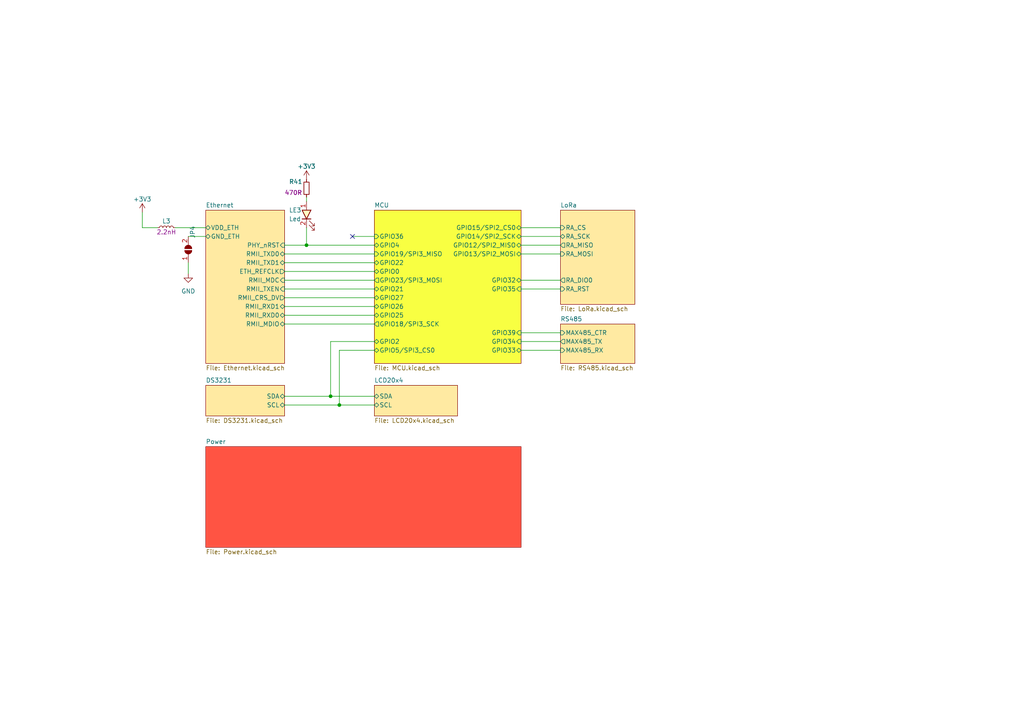
<source format=kicad_sch>
(kicad_sch (version 20230121) (generator eeschema)
  (paper "A4")
  (lib_symbols
    (symbol "DienLIB:L_0603" (pin_numbers hide) (pin_names (offset 0.254) hide)
      (property "Reference" "L" (at 0.762 1.016 0))
      (symbol "L_0603_0_1"
        (arc (start 0 -2.032) (mid 0.5058 -1.524) (end 0 -1.016))
        (arc (start 0 -1.016) (mid 0.5058 -0.508) (end 0 0))
        (arc (start 0 0) (mid 0.5058 0.508) (end 0 1.016))
        (arc (start 0 1.016) (mid 0.5058 1.524) (end 0 2.032))
      )
      (symbol "L_0603_1_1"
        (pin passive line (at 0 2.54 270) (length 0.508) (name "~") (number "1"))
        (pin passive line (at 0 -2.54 90) (length 0.508) (name "~") (number "2"))
      )
    )
    (symbol "DienLIB:R_0603" (pin_numbers hide) (pin_names (offset 0.254) hide)
      (property "Reference" "R" (at 0.762 0.508 0))
      (symbol "R_0603_0_1"
        (rectangle (start -0.762 1.778) (end 0.762 -1.778) (stroke (width 0.2032)))
      )
      (symbol "R_0603_1_1"
        (pin passive line (at 0 2.54 270) (length 0.762) (name "~") (number "1"))
        (pin passive line (at 0 -2.54 90) (length 0.762) (name "~") (number "2"))
      )
    )
    (symbol "IVS_SYMBOLS:Led"
      (property "Reference" "LE" (at 0.508 -2.794 0))
      (property "Value" "Led" (at -0.254 2.794 0))
      (symbol "Led_0_1"
        (polyline (pts (xy 0 -1.27) (xy 0 1.27)) (stroke (width 0.254)))
        (polyline (pts (xy 2.54 -1.27) (xy 2.54 1.27) (xy 0 0) (xy 2.54 -1.27)) (stroke (width 0.254)) (fill (type background)))
        (polyline (pts (xy -1.778 -0.762) (xy -3.302 -2.286) (xy -2.54 -2.286) (xy -3.302 -2.286) (xy -3.302 -1.524)))
        (polyline (pts (xy -0.508 -0.762) (xy -2.032 -2.286) (xy -1.27 -2.286) (xy -2.032 -2.286) (xy -2.032 -1.524)))
      )
      (symbol "Led_1_1"
        (pin passive line (at 5.08 0 180) (length 2.54) (name "") (number "1"))
        (pin passive line (at -2.54 0 0) (length 2.54) (name "") (number "2"))
      )
    )
    (symbol "Jumper:SolderJumper_2_Open" (pin_names (offset 0) hide)
      (property "Reference" "JP" (at 0 2.032 0))
      (property "Value" "SolderJumper_2_Open" (at 0 -2.54 0))
      (symbol "SolderJumper_2_Open_0_1"
        (arc (start -0.254 1.016) (mid -1.2656 0) (end -0.254 -1.016))
        (arc (start -0.254 1.016) (mid -1.2656 0) (end -0.254 -1.016) (fill (type outline)))
        (polyline (pts (xy -0.254 1.016) (xy -0.254 -1.016)))
        (polyline (pts (xy 0.254 1.016) (xy 0.254 -1.016)))
        (arc (start 0.254 -1.016) (mid 1.2656 0) (end 0.254 1.016))
        (arc (start 0.254 -1.016) (mid 1.2656 0) (end 0.254 1.016) (fill (type outline)))
      )
      (symbol "SolderJumper_2_Open_1_1"
        (pin passive line (at -3.81 0 0) (length 2.54) (name "A") (number "1"))
        (pin passive line (at 3.81 0 180) (length 2.54) (name "B") (number "2"))
      )
    )
    (symbol "power:+3V3" (power) (pin_names (offset 0))
      (property "Value" "+3V3" (at 0 3.556 0))
      (symbol "+3V3_0_1"
        (polyline (pts (xy -0.762 1.27) (xy 0 2.54)))
        (polyline (pts (xy 0 0) (xy 0 2.54)))
        (polyline (pts (xy 0 2.54) (xy 0.762 1.27)))
      )
      (symbol "+3V3_1_1"
        (pin power_in line (at 0 0 90) (length 0) hide (name "+3V3") (number "1"))
      )
    )
    (symbol "power:GND" (power) (pin_names (offset 0))
      (property "Value" "GND" (at 0 -3.81 0))
      (symbol "GND_0_1"
        (polyline (pts (xy 0 0) (xy 0 -1.27) (xy 1.27 -1.27) (xy 0 -2.54) (xy -1.27 -1.27) (xy 0 -1.27)))
      )
      (symbol "GND_1_1"
        (pin power_in line (at 0 0 270) (length 0) hide (name "GND") (number "1"))
      )
    )
  )
  (junction (at 98.425 117.475))
  (junction (at 88.9 71.12))
  (junction (at 95.885 114.935))
  (no_connect (at 102.235 68.58))
  (wire (pts (xy 41.275 61.595) (xy 41.275 66.04)))
  (wire (pts (xy 82.55 91.44) (xy 108.585 91.44)))
  (wire (pts (xy 151.13 73.66) (xy 162.56 73.66)))
  (wire (pts (xy 54.61 68.58) (xy 59.69 68.58)))
  (wire (pts (xy 82.55 83.82) (xy 108.585 83.82)))
  (wire (pts (xy 102.235 68.58) (xy 108.585 68.58)))
  (wire (pts (xy 151.13 68.58) (xy 162.56 68.58)))
  (wire (pts (xy 151.13 99.06) (xy 162.56 99.06)))
  (wire (pts (xy 151.13 96.52) (xy 162.56 96.52)))
  (wire (pts (xy 82.55 88.9) (xy 108.585 88.9)))
  (wire (pts (xy 108.585 101.6) (xy 98.425 101.6)))
  (wire (pts (xy 88.9 71.12) (xy 108.585 71.12)))
  (wire (pts (xy 95.885 114.935) (xy 108.585 114.935)))
  (wire (pts (xy 151.13 66.04) (xy 162.56 66.04)))
  (wire (pts (xy 98.425 117.475) (xy 82.55 117.475)))
  (wire (pts (xy 88.9 66.04) (xy 88.9 71.12)))
  (wire (pts (xy 151.13 83.82) (xy 162.56 83.82)))
  (wire (pts (xy 82.55 71.12) (xy 88.9 71.12)))
  (wire (pts (xy 151.13 101.6) (xy 162.56 101.6)))
  (wire (pts (xy 41.275 66.04) (xy 45.72 66.04)))
  (wire (pts (xy 98.425 101.6) (xy 98.425 117.475)))
  (wire (pts (xy 98.425 117.475) (xy 108.585 117.475)))
  (wire (pts (xy 151.13 71.12) (xy 162.56 71.12)))
  (wire (pts (xy 88.9 58.42) (xy 88.9 57.15)))
  (wire (pts (xy 82.55 73.66) (xy 108.585 73.66)))
  (wire (pts (xy 82.55 114.935) (xy 95.885 114.935)))
  (wire (pts (xy 95.885 99.06) (xy 108.585 99.06)))
  (wire (pts (xy 82.55 81.28) (xy 108.585 81.28)))
  (wire (pts (xy 82.55 86.36) (xy 108.585 86.36)))
  (wire (pts (xy 82.55 78.74) (xy 108.585 78.74)))
  (wire (pts (xy 95.885 114.935) (xy 95.885 99.06)))
  (wire (pts (xy 82.55 76.2) (xy 108.585 76.2)))
  (wire (pts (xy 54.61 79.375) (xy 54.61 76.2)))
  (wire (pts (xy 50.8 66.04) (xy 59.69 66.04)))
  (wire (pts (xy 151.13 81.28) (xy 162.56 81.28)))
  (wire (pts (xy 82.55 93.98) (xy 108.585 93.98)))
  (symbol (lib_id "DienLIB:R_0603") (at 88.9 54.61 0) (unit 1)
    (property "Reference" "R41" (at 83.82 52.705 0) (effects (justify left)))
    (property "Value" "470R_1%_0.1W" (effects hide))
    (property "Footprint" "DienLIB:R_0603" (effects hide))
    (property "symbol" "470R" (at 85.09 55.88 0))
  )
  (symbol (lib_id "Jumper:SolderJumper_2_Open") (at 54.61 72.39 270) (mirror x) (unit 1)
    (property "Reference" "JP4" (at 55.88 67.31 0))
    (property "Value" " " (effects hide))
    (property "Footprint" "Jumper:SolderJumper-2_P1.3mm_Open_RoundedPad1.0x1.5mm" (effects hide))
  )
  (symbol (lib_id "power:+3V3") (at 88.9 52.07 0) (unit 1)
    (property "Reference" "#PWR091" (effects hide))
    (property "Value" "+3V3" (at 88.9 48.26 0))
  )
  (symbol (lib_id "DienLIB:L_0603") (at 48.26 66.04 90) (unit 1)
    (property "Reference" "L3" (at 48.26 64.135 90))
    (property "Value" "2.2nH_1A" (effects hide))
    (property "Footprint" "DienLIB:L_0603" (effects hide))
    (property "symbol" "2.2nH" (at 48.26 67.31 90))
  )
  (symbol (lib_id "power:GND") (at 54.61 79.375 0) (unit 1)
    (property "Reference" "#PWR096" (effects hide))
    (property "Value" "GND" (at 54.61 84.455 0))
  )
  (symbol (lib_id "IVS_SYMBOLS:Led") (at 88.9 63.5 90) (unit 1)
    (property "Reference" "LE3" (at 83.82 60.96 90) (effects (justify right)))
    (property "Value" "Led" (at 83.82 63.5 90) (effects (justify right)))
    (property "Footprint" "IVS_FOOTPRINTS:LED0603" (effects hide))
  )
  (symbol (lib_id "power:+3V3") (at 41.275 61.595 0) (unit 1)
    (property "Reference" "#PWR095" (effects hide))
    (property "Value" "+3V3" (at 41.275 57.785 0))
  )
  (sheet (at 162.56 93.98) (size 21.59 11.43) (stroke (width 0.1524)) (fill (color 255 234 162 1.0000))
    (property "Sheetname" "RS485" (at 162.56 93.2684 0) (effects (justify left bottom)))
    (property "Sheetfile" "RS485.kicad_sch" (at 162.56 105.9946 0) (effects (justify left top)))
    (pin "MAX485_TX" output (at 162.56 99.06 180))
    (pin "MAX485_RX" input (at 162.56 101.6 180))
    (pin "MAX485_CTR" input (at 162.56 96.52 180))
  )
  (sheet (at 108.585 60.96) (size 42.545 44.45) (stroke (width 0.1524)) (fill (color 248 255 66 1.0000))
    (property "Sheetname" "MCU" (at 108.585 60.2484 0) (effects (justify left bottom)))
    (property "Sheetfile" "MCU.kicad_sch" (at 108.585 105.9946 0) (effects (justify left top)))
    (pin "GPIO5{slash}SPI3_CS0" bidirectional (at 108.585 101.6 180))
    (pin "GPIO18{slash}SPI3_SCK" output (at 108.585 93.98 180))
    (pin "GPIO19{slash}SPI3_MISO" input (at 108.585 73.66 180))
    (pin "GPIO23{slash}SPI3_MOSI" output (at 108.585 81.28 180))
    (pin "GPIO36" input (at 108.585 68.58 180))
    (pin "GPIO39" input (at 151.13 96.52 0))
    (pin "GPIO33" bidirectional (at 151.13 101.6 0))
    (pin "GPIO32" bidirectional (at 151.13 81.28 0))
    (pin "GPIO34" input (at 151.13 99.06 0))
    (pin "GPIO35" input (at 151.13 83.82 0))
    (pin "GPIO25" bidirectional (at 108.585 91.44 180))
    (pin "GPIO2" bidirectional (at 108.585 99.06 180))
    (pin "GPIO27" bidirectional (at 108.585 86.36 180))
    (pin "GPIO4" bidirectional (at 108.585 71.12 180))
    (pin "GPIO13{slash}SPI2_MOSI" bidirectional (at 151.13 73.66 0))
    (pin "GPIO12{slash}SPI2_MISO" bidirectional (at 151.13 71.12 0))
    (pin "GPIO15{slash}SPI2_CS0" bidirectional (at 151.13 66.04 0))
    (pin "GPIO26" bidirectional (at 108.585 88.9 180))
    (pin "GPIO14{slash}SPI2_SCK" bidirectional (at 151.13 68.58 0))
    (pin "GPIO0" bidirectional (at 108.585 78.74 180))
    (pin "GPIO21" bidirectional (at 108.585 83.82 180))
    (pin "GPIO22" bidirectional (at 108.585 76.2 180))
  )
  (sheet (at 59.69 129.54) (size 91.44 29.21) (stroke (width 0.1524)) (fill (color 255 84 67 1.0000))
    (property "Sheetname" "Power" (at 59.69 128.8284 0) (effects (justify left bottom)))
    (property "Sheetfile" "Power.kicad_sch" (at 59.69 159.3346 0) (effects (justify left top)))
  )
  (sheet (at 162.56 60.96) (size 21.59 27.305) (stroke (width 0.1524)) (fill (color 255 234 162 1.0000))
    (property "Sheetname" "LoRa" (at 162.56 60.2484 0) (effects (justify left bottom)))
    (property "Sheetfile" "LoRa.kicad_sch" (at 162.56 88.8496 0) (effects (justify left top)))
    (pin "RA_DIO0" output (at 162.56 81.28 180))
    (pin "RA_MOSI" input (at 162.56 73.66 180))
    (pin "RA_MISO" output (at 162.56 71.12 180))
    (pin "RA_SCK" bidirectional (at 162.56 68.58 180))
    (pin "RA_CS" input (at 162.56 66.04 180))
    (pin "RA_RST" input (at 162.56 83.82 180))
  )
  (sheet (at 59.69 111.76) (size 22.86 8.89) (stroke (width 0.1524)) (fill (color 255 234 162 1.0000))
    (property "Sheetname" "DS3231" (at 59.69 111.0484 0) (effects (justify left bottom)))
    (property "Sheetfile" "DS3231.kicad_sch" (at 59.69 121.2346 0) (effects (justify left top)))
    (pin "SCL" bidirectional (at 82.55 117.475 0))
    (pin "SDA" bidirectional (at 82.55 114.935 0))
  )
  (sheet (at 59.69 60.96) (size 22.86 44.45) (stroke (width 0.1524)) (fill (color 255 234 162 1.0000))
    (property "Sheetname" "Ethernet" (at 59.69 60.2484 0) (effects (justify left bottom)))
    (property "Sheetfile" "Ethernet.kicad_sch" (at 59.69 105.9946 0) (effects (justify left top)))
    (pin "VDD_ETH" bidirectional (at 59.69 66.04 180))
    (pin "GND_ETH" bidirectional (at 59.69 68.58 180))
    (pin "ETH_REFCLK" output (at 82.55 78.74 0))
    (pin "RMII_TXD1" bidirectional (at 82.55 76.2 0))
    (pin "RMII_TXD0" bidirectional (at 82.55 73.66 0))
    (pin "RMII_MDC" input (at 82.55 81.28 0))
    (pin "RMII_TXEN" input (at 82.55 83.82 0))
    (pin "RMII_MDIO" bidirectional (at 82.55 93.98 0))
    (pin "RMII_CRS_DV" output (at 82.55 86.36 0))
    (pin "RMII_RXD1" bidirectional (at 82.55 88.9 0))
    (pin "RMII_RXD0" bidirectional (at 82.55 91.44 0))
    (pin "PHY_nRST" input (at 82.55 71.12 0))
  )
  (sheet (at 108.585 111.76) (size 24.13 8.89) (stroke (width 0.1524)) (fill (color 255 234 162 1.0000))
    (property "Sheetname" "LCD20x4" (at 108.585 111.0484 0) (effects (justify left bottom)))
    (property "Sheetfile" "LCD20x4.kicad_sch" (at 108.585 121.2346 0) (effects (justify left top)))
    (pin "SDA" bidirectional (at 108.585 114.935 180))
    (pin "SCL" bidirectional (at 108.585 117.475 180))
  )
)
</source>
